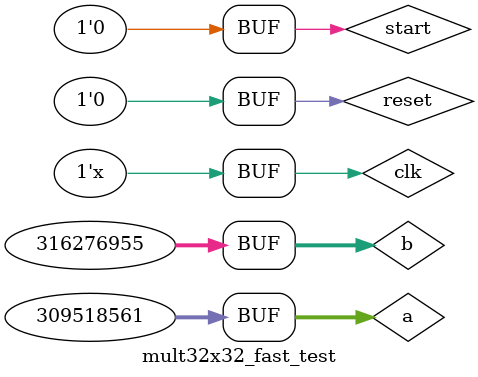
<source format=sv>
module mult32x32_fast_test;

    logic clk;            // Clock
    logic reset;          // Reset
    logic start;          // Start signal
    logic [31:0] a;       // Input a
    logic [31:0] b;       // Input b
    logic busy;           // Multiplier busy indication
    logic [63:0] product; // Miltiplication product

	localparam HALF_PERIOD = 1;
	localparam PERIOD = 2 * HALF_PERIOD;

    mult32x32_fast mult32x32_fast_dut(.clk(clk), .reset(reset), .start(start), .a(a), .b(b), .busy(busy), .product(product));

    initial begin

        clk = 1'b1;
        start = 1'b0;
		a = 32'd0;
		b = 32'd0;
        reset = 1'b1;

		#PERIOD; #PERIOD; #PERIOD; #PERIOD;

        reset = 1'b0;

		#PERIOD;

		a = 32'd309518561;
		b = 32'd316276955;
        start = 1'b1;
		#PERIOD;
        start = 1'b0;

		#PERIOD; #PERIOD; #PERIOD; #PERIOD;

    end

	always #HALF_PERIOD clk=~clk;

endmodule

</source>
